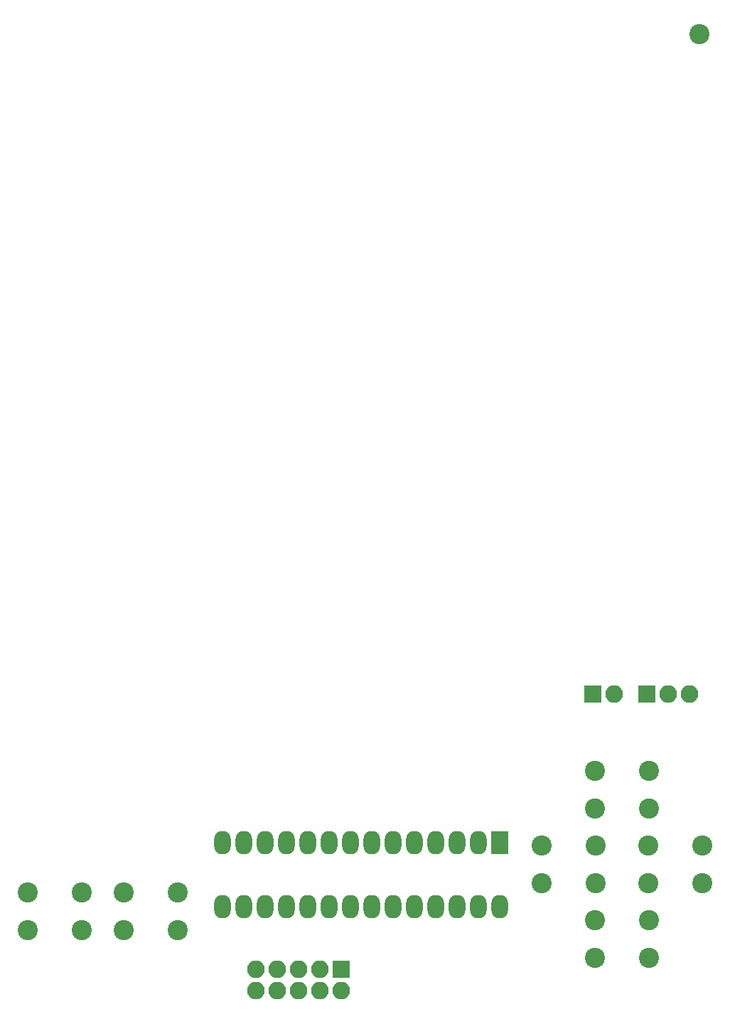
<source format=gbr>
G04 #@! TF.FileFunction,Soldermask,Bot*
%FSLAX46Y46*%
G04 Gerber Fmt 4.6, Leading zero omitted, Abs format (unit mm)*
G04 Created by KiCad (PCBNEW 4.0.6) date 04/14/18 17:05:04*
%MOMM*%
%LPD*%
G01*
G04 APERTURE LIST*
%ADD10C,0.100000*%
%ADD11R,2.000000X2.800000*%
%ADD12O,2.000000X2.800000*%
%ADD13C,2.398980*%
%ADD14R,2.100000X2.100000*%
%ADD15O,2.100000X2.100000*%
%ADD16C,2.400000*%
G04 APERTURE END LIST*
D10*
D11*
X118491000Y-163703000D03*
D12*
X85471000Y-171323000D03*
X115951000Y-163703000D03*
X88011000Y-171323000D03*
X113411000Y-163703000D03*
X90551000Y-171323000D03*
X110871000Y-163703000D03*
X93091000Y-171323000D03*
X108331000Y-163703000D03*
X95631000Y-171323000D03*
X105791000Y-163703000D03*
X98171000Y-171323000D03*
X103251000Y-163703000D03*
X100711000Y-171323000D03*
X100711000Y-163703000D03*
X103251000Y-171323000D03*
X98171000Y-163703000D03*
X105791000Y-171323000D03*
X95631000Y-163703000D03*
X108331000Y-171323000D03*
X93091000Y-163703000D03*
X110871000Y-171323000D03*
X90551000Y-163703000D03*
X113411000Y-171323000D03*
X88011000Y-163703000D03*
X115951000Y-171323000D03*
X85471000Y-163703000D03*
X118491000Y-171323000D03*
D13*
X142240000Y-67437000D03*
D14*
X136017000Y-146050000D03*
D15*
X138557000Y-146050000D03*
X141097000Y-146050000D03*
D16*
X123444000Y-168584000D03*
X123444000Y-164084000D03*
X129944000Y-168584000D03*
X129944000Y-164084000D03*
X136144000Y-168584000D03*
X136144000Y-164084000D03*
X142644000Y-168584000D03*
X142644000Y-164084000D03*
X129794000Y-159694000D03*
X129794000Y-155194000D03*
X136294000Y-159694000D03*
X136294000Y-155194000D03*
X129794000Y-177474000D03*
X129794000Y-172974000D03*
X136294000Y-177474000D03*
X136294000Y-172974000D03*
X62230000Y-174172000D03*
X62230000Y-169672000D03*
X68730000Y-174172000D03*
X68730000Y-169672000D03*
X73660000Y-174172000D03*
X73660000Y-169672000D03*
X80160000Y-174172000D03*
X80160000Y-169672000D03*
D14*
X129540000Y-146050000D03*
D15*
X132080000Y-146050000D03*
D14*
X99568000Y-178816000D03*
D15*
X99568000Y-181356000D03*
X97028000Y-178816000D03*
X97028000Y-181356000D03*
X94488000Y-178816000D03*
X94488000Y-181356000D03*
X91948000Y-178816000D03*
X91948000Y-181356000D03*
X89408000Y-178816000D03*
X89408000Y-181356000D03*
M02*

</source>
